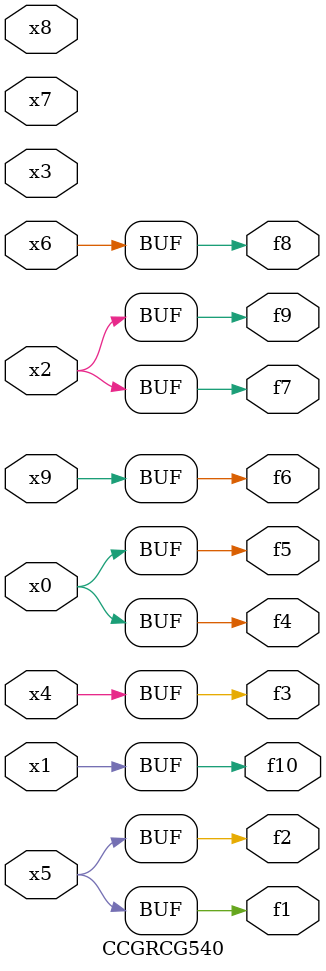
<source format=v>
module CCGRCG540(
	input x0, x1, x2, x3, x4, x5, x6, x7, x8, x9,
	output f1, f2, f3, f4, f5, f6, f7, f8, f9, f10
);
	assign f1 = x5;
	assign f2 = x5;
	assign f3 = x4;
	assign f4 = x0;
	assign f5 = x0;
	assign f6 = x9;
	assign f7 = x2;
	assign f8 = x6;
	assign f9 = x2;
	assign f10 = x1;
endmodule

</source>
